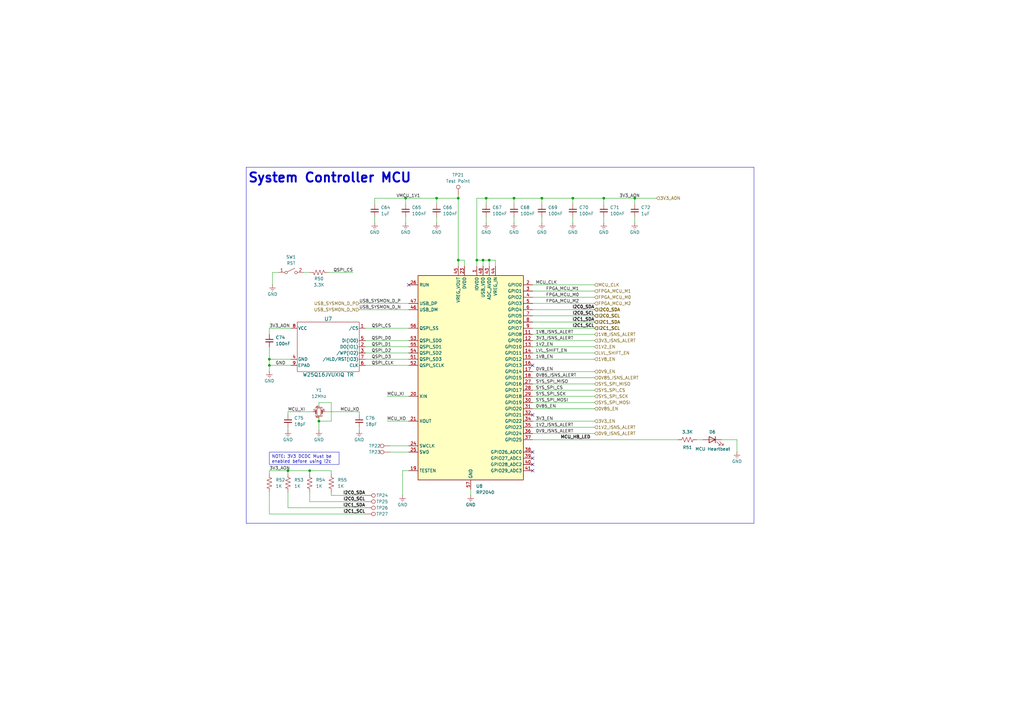
<source format=kicad_sch>
(kicad_sch (version 20231120) (generator "eeschema") (generator_version "8.0")
  (paper "A3")
  (title_block (title "System Controller") (date "2024-10-06") (rev "2.0") (company "Drexel University") (comment 1 "Designed by Michael Haahr"))
  (lib_symbols
    (symbol "Connector:TestPoint" (pin_numbers hide) (pin_names (offset 0.762) hide)
      (property "Reference" "TP" (at 0 6.858 0))
      (property "Value" "TestPoint" (at 0 5.08 0))
      (symbol "TestPoint_0_1"
        (circle (center 0 3.302) (radius 0.762))
      )
      (symbol "TestPoint_1_1"
        (pin passive line (at 0 0 90) (length 2.54) (name "1") (number "1"))
      )
    )
    (symbol "Device:C_Small" (pin_numbers hide) (pin_names (offset 0.254) hide)
      (property "Reference" "C" (at 0.254 1.778 0))
      (property "Value" "C_Small" (at 0.254 -2.032 0))
      (symbol "C_Small_0_1"
        (polyline (pts (xy -1.524 -0.508) (xy 1.524 -0.508)) (stroke (width 0.3302)))
        (polyline (pts (xy -1.524 0.508) (xy 1.524 0.508)) (stroke (width 0.3048)))
      )
      (symbol "C_Small_1_1"
        (pin passive line (at 0 2.54 270) (length 2.032) (name "~") (number "1"))
        (pin passive line (at 0 -2.54 90) (length 2.032) (name "~") (number "2"))
      )
    )
    (symbol "Device:Crystal_GND24_Small" (pin_names (offset 1.016) hide)
      (property "Reference" "Y" (at 1.27 4.445 0))
      (property "Value" "Crystal_GND24_Small" (at 1.27 2.54 0))
      (symbol "Crystal_GND24_Small_0_1"
        (rectangle (start -0.762 -1.524) (end 0.762 1.524))
        (polyline (pts (xy -1.27 -0.762) (xy -1.27 0.762)) (stroke (width 0.381)))
        (polyline (pts (xy 1.27 -0.762) (xy 1.27 0.762)) (stroke (width 0.381)))
        (polyline (pts (xy -1.27 -1.27) (xy -1.27 -1.905) (xy 1.27 -1.905) (xy 1.27 -1.27)))
        (polyline (pts (xy -1.27 1.27) (xy -1.27 1.905) (xy 1.27 1.905) (xy 1.27 1.27)))
      )
      (symbol "Crystal_GND24_Small_1_1"
        (pin passive line (at -2.54 0 0) (length 1.27) (name "1") (number "1"))
        (pin passive line (at 0 -2.54 90) (length 0.635) (name "2") (number "2"))
        (pin passive line (at 2.54 0 180) (length 1.27) (name "3") (number "3"))
        (pin passive line (at 0 2.54 270) (length 0.635) (name "4") (number "4"))
      )
    )
    (symbol "Device:LED" (pin_numbers hide) (pin_names (offset 1.016) hide)
      (property "Reference" "D" (at 0 2.54 0))
      (property "Value" "LED" (at 0 -2.54 0))
      (symbol "LED_0_1"
        (polyline (pts (xy -1.27 -1.27) (xy -1.27 1.27)) (stroke (width 0.254)))
        (polyline (pts (xy -1.27 0) (xy 1.27 0)))
        (polyline (pts (xy 1.27 -1.27) (xy 1.27 1.27) (xy -1.27 0) (xy 1.27 -1.27)) (stroke (width 0.254)))
        (polyline (pts (xy -3.048 -0.762) (xy -4.572 -2.286) (xy -3.81 -2.286) (xy -4.572 -2.286) (xy -4.572 -1.524)))
        (polyline (pts (xy -1.778 -0.762) (xy -3.302 -2.286) (xy -2.54 -2.286) (xy -3.302 -2.286) (xy -3.302 -1.524)))
      )
      (symbol "LED_1_1"
        (pin passive line (at -3.81 0 0) (length 2.54) (name "K") (number "1"))
        (pin passive line (at 3.81 0 180) (length 2.54) (name "A") (number "2"))
      )
    )
    (symbol "Device:R_US" (pin_numbers hide) (pin_names (offset 0))
      (property "Reference" "R" (at 2.54 0 90))
      (property "Value" "R_US" (at -2.54 0 90))
      (symbol "R_US_0_1"
        (polyline (pts (xy 0 -2.286) (xy 0 -2.54)))
        (polyline (pts (xy 0 2.286) (xy 0 2.54)))
        (polyline (pts (xy 0 -0.762) (xy 1.016 -1.143) (xy 0 -1.524) (xy -1.016 -1.905) (xy 0 -2.286)))
        (polyline (pts (xy 0 0.762) (xy 1.016 0.381) (xy 0 0) (xy -1.016 -0.381) (xy 0 -0.762)))
        (polyline (pts (xy 0 2.286) (xy 1.016 1.905) (xy 0 1.524) (xy -1.016 1.143) (xy 0 0.762)))
      )
      (symbol "R_US_1_1"
        (pin passive line (at 0 3.81 270) (length 1.27) (name "~") (number "1"))
        (pin passive line (at 0 -3.81 90) (length 1.27) (name "~") (number "2"))
      )
    )
    (symbol "MCU_RaspberryPi:RP2040"
      (property "Reference" "U" (at 17.78 45.72 0))
      (property "Value" "RP2040" (at 17.78 43.18 0))
      (symbol "RP2040_0_1"
        (rectangle (start -21.59 41.91) (end 21.59 -41.91) (stroke (width 0.254)) (fill (type background)))
      )
      (symbol "RP2040_1_1"
        (pin power_in line (at 2.54 45.72 270) (length 3.81) (name "IOVDD") (number "1"))
        (pin passive line (at 2.54 45.72 270) (length 3.81) hide (name "IOVDD") (number "10"))
        (pin bidirectional line (at 25.4 17.78 180) (length 3.81) (name "GPIO8") (number "11"))
        (pin bidirectional line (at 25.4 15.24 180) (length 3.81) (name "GPIO9") (number "12"))
        (pin bidirectional line (at 25.4 12.7 180) (length 3.81) (name "GPIO10") (number "13"))
        (pin bidirectional line (at 25.4 10.16 180) (length 3.81) (name "GPIO11") (number "14"))
        (pin bidirectional line (at 25.4 7.62 180) (length 3.81) (name "GPIO12") (number "15"))
        (pin bidirectional line (at 25.4 5.08 180) (length 3.81) (name "GPIO13") (number "16"))
        (pin bidirectional line (at 25.4 2.54 180) (length 3.81) (name "GPIO14") (number "17"))
        (pin bidirectional line (at 25.4 0 180) (length 3.81) (name "GPIO15") (number "18"))
        (pin input line (at -25.4 -38.1 0) (length 3.81) (name "TESTEN") (number "19"))
        (pin bidirectional line (at 25.4 38.1 180) (length 3.81) (name "GPIO0") (number "2"))
        (pin input line (at -25.4 -7.62 0) (length 3.81) (name "XIN") (number "20"))
        (pin passive line (at -25.4 -17.78 0) (length 3.81) (name "XOUT") (number "21"))
        (pin passive line (at 2.54 45.72 270) (length 3.81) hide (name "IOVDD") (number "22"))
        (pin power_in line (at -2.54 45.72 270) (length 3.81) (name "DVDD") (number "23"))
        (pin input line (at -25.4 -27.94 0) (length 3.81) (name "SWCLK") (number "24"))
        (pin bidirectional line (at -25.4 -30.48 0) (length 3.81) (name "SWD") (number "25"))
        (pin input line (at -25.4 38.1 0) (length 3.81) (name "RUN") (number "26"))
        (pin bidirectional line (at 25.4 -2.54 180) (length 3.81) (name "GPIO16") (number "27"))
        (pin bidirectional line (at 25.4 -5.08 180) (length 3.81) (name "GPIO17") (number "28"))
        (pin bidirectional line (at 25.4 -7.62 180) (length 3.81) (name "GPIO18") (number "29"))
        (pin bidirectional line (at 25.4 35.56 180) (length 3.81) (name "GPIO1") (number "3"))
        (pin bidirectional line (at 25.4 -10.16 180) (length 3.81) (name "GPIO19") (number "30"))
        (pin bidirectional line (at 25.4 -12.7 180) (length 3.81) (name "GPIO20") (number "31"))
        (pin bidirectional line (at 25.4 -15.24 180) (length 3.81) (name "GPIO21") (number "32"))
        (pin passive line (at 2.54 45.72 270) (length 3.81) hide (name "IOVDD") (number "33"))
        (pin bidirectional line (at 25.4 -17.78 180) (length 3.81) (name "GPIO22") (number "34"))
        (pin bidirectional line (at 25.4 -20.32 180) (length 3.81) (name "GPIO23") (number "35"))
        (pin bidirectional line (at 25.4 -22.86 180) (length 3.81) (name "GPIO24") (number "36"))
        (pin bidirectional line (at 25.4 -25.4 180) (length 3.81) (name "GPIO25") (number "37"))
        (pin bidirectional line (at 25.4 -30.48 180) (length 3.81) (name "GPIO26_ADC0") (number "38"))
        (pin bidirectional line (at 25.4 -33.02 180) (length 3.81) (name "GPIO27_ADC1") (number "39"))
        (pin bidirectional line (at 25.4 33.02 180) (length 3.81) (name "GPIO2") (number "4"))
        (pin bidirectional line (at 25.4 -35.56 180) (length 3.81) (name "GPIO28_ADC2") (number "40"))
        (pin bidirectional line (at 25.4 -38.1 180) (length 3.81) (name "GPIO29_ADC3") (number "41"))
        (pin passive line (at 2.54 45.72 270) (length 3.81) hide (name "IOVDD") (number "42"))
        (pin power_in line (at 7.62 45.72 270) (length 3.81) (name "ADC_AVDD") (number "43"))
        (pin power_in line (at 10.16 45.72 270) (length 3.81) (name "VREG_IN") (number "44"))
        (pin power_out line (at -5.08 45.72 270) (length 3.81) (name "VREG_VOUT") (number "45"))
        (pin bidirectional line (at -25.4 27.94 0) (length 3.81) (name "USB_DM") (number "46"))
        (pin bidirectional line (at -25.4 30.48 0) (length 3.81) (name "USB_DP") (number "47"))
        (pin power_in line (at 5.08 45.72 270) (length 3.81) (name "USB_VDD") (number "48"))
        (pin passive line (at 2.54 45.72 270) (length 3.81) hide (name "IOVDD") (number "49"))
        (pin bidirectional line (at 25.4 30.48 180) (length 3.81) (name "GPIO3") (number "5"))
        (pin passive line (at -2.54 45.72 270) (length 3.81) hide (name "DVDD") (number "50"))
        (pin bidirectional line (at -25.4 7.62 0) (length 3.81) (name "QSPI_SD3") (number "51"))
        (pin output line (at -25.4 5.08 0) (length 3.81) (name "QSPI_SCLK") (number "52"))
        (pin bidirectional line (at -25.4 15.24 0) (length 3.81) (name "QSPI_SD0") (number "53"))
        (pin bidirectional line (at -25.4 10.16 0) (length 3.81) (name "QSPI_SD2") (number "54"))
        (pin bidirectional line (at -25.4 12.7 0) (length 3.81) (name "QSPI_SD1") (number "55"))
        (pin bidirectional line (at -25.4 20.32 0) (length 3.81) (name "QSPI_SS") (number "56"))
        (pin power_in line (at 0 -45.72 90) (length 3.81) (name "GND") (number "57"))
        (pin bidirectional line (at 25.4 27.94 180) (length 3.81) (name "GPIO4") (number "6"))
        (pin bidirectional line (at 25.4 25.4 180) (length 3.81) (name "GPIO5") (number "7"))
        (pin bidirectional line (at 25.4 22.86 180) (length 3.81) (name "GPIO6") (number "8"))
        (pin bidirectional line (at 25.4 20.32 180) (length 3.81) (name "GPIO7") (number "9"))
      )
    )
    (symbol "Memory_Flash:W25Q16JVUXIQ_TR" (pin_names (offset 0.254))
      (property "Reference" "U2" (at 12.7 10.16 0))
      (property "Value" "W25Q16JVUXIQ TR" (at 12.7 7.62 0))
      (symbol "W25Q16JVUXIQ_TR_0_1"
        (pin passive line (at 27.94 2.54 180) (length 2.54) (name "/CS") (number "1"))
        (pin passive line (at 27.94 -5.08 180) (length 2.54) (name "DO(IO1)") (number "2"))
        (pin passive line (at 27.94 -2.54 180) (length 2.54) (name "DI(IO0)") (number "5"))
        (pin passive line (at 27.94 -12.7 180) (length 2.54) (name "CLK") (number "6"))
        (pin passive line (at -2.54 2.54 0) (length 2.54) (name "VCC") (number "8"))
        (pin passive line (at -2.54 -12.7 0) (length 2.54) (name "EPAD") (number "9"))
      )
      (symbol "W25Q16JVUXIQ_TR_1_1"
        (rectangle (start 0 5.08) (end 25.4 -15.24))
        (pin passive line (at 27.94 -7.62 180) (length 2.54) (name "/WP(IO2)") (number "3"))
        (pin passive line (at -2.54 -10.16 0) (length 2.54) (name "GND") (number "4"))
        (pin passive line (at 27.94 -10.16 180) (length 2.54) (name "/HLD/RST(IO3)") (number "7"))
      )
    )
    (symbol "Switch:SW_SPST" (pin_names (offset 0) hide)
      (property "Reference" "SW" (at 0 3.175 0))
      (property "Value" "SW_SPST" (at 0 -2.54 0))
      (symbol "SW_SPST_0_0"
        (circle (center -2.032 0) (radius 0.508))
        (polyline (pts (xy -1.524 0.254) (xy 1.524 1.778)))
        (circle (center 2.032 0) (radius 0.508))
      )
      (symbol "SW_SPST_1_1"
        (pin passive line (at -5.08 0 0) (length 2.54) (name "A") (number "1"))
        (pin passive line (at 5.08 0 180) (length 2.54) (name "B") (number "2"))
      )
    )
    (symbol "power:GND" (power) (pin_numbers hide) (pin_names (offset 0) hide)
      (property "Value" "GND" (at 0 -3.81 0))
      (symbol "GND_0_1"
        (polyline (pts (xy -0.635 -1.905) (xy 0.635 -1.905)))
        (polyline (pts (xy -0.127 -2.54) (xy 0.127 -2.54)))
        (polyline (pts (xy 0 -1.27) (xy 0 0)))
        (polyline (pts (xy 1.27 -1.27) (xy -1.27 -1.27)))
      )
      (symbol "GND_1_1"
        (pin power_in line (at 0 0 270) (length 0) (name "~") (number "1"))
      )
    )
  )
  (junction (at 110.49 147.32))
  (junction (at 247.65 81.28))
  (junction (at 260.35 81.28))
  (junction (at 118.11 193.04))
  (junction (at 200.66 106.68))
  (junction (at 110.49 149.86))
  (junction (at 130.81 172.72))
  (junction (at 210.82 81.28))
  (junction (at 199.39 81.28))
  (junction (at 187.96 81.28))
  (junction (at 234.95 81.28))
  (junction (at 222.25 81.28))
  (junction (at 198.12 106.68))
  (junction (at 179.07 81.28))
  (junction (at 166.37 81.28))
  (junction (at 187.96 106.68))
  (junction (at 195.58 106.68))
  (junction (at 127 193.04))
  (no_connect (at 218.44 193.04))
  (no_connect (at 218.44 185.42))
  (no_connect (at 218.44 187.96))
  (no_connect (at 218.44 190.5))
  (no_connect (at 218.44 149.86))
  (no_connect (at 218.44 170.18))
  (no_connect (at 167.64 116.84))
  (wire (pts (xy 110.49 210.82) (xy 110.49 201.93)))
  (wire (pts (xy 166.37 81.28) (xy 166.37 83.82)))
  (wire (pts (xy 222.25 81.28) (xy 234.95 81.28)))
  (wire (pts (xy 187.96 106.68) (xy 190.5 106.68)))
  (wire (pts (xy 203.2 109.22) (xy 203.2 106.68)))
  (wire (pts (xy 130.81 172.72) (xy 130.81 176.53)))
  (wire (pts (xy 130.81 165.1) (xy 135.89 165.1)))
  (wire (pts (xy 118.11 208.28) (xy 118.11 201.93)))
  (wire (pts (xy 179.07 81.28) (xy 187.96 81.28)))
  (wire (pts (xy 149.86 205.74) (xy 127 205.74)))
  (wire (pts (xy 160.02 182.88) (xy 167.64 182.88)))
  (wire (pts (xy 210.82 81.28) (xy 222.25 81.28)))
  (wire (pts (xy 110.49 147.32) (xy 119.38 147.32)))
  (wire (pts (xy 130.81 166.37) (xy 130.81 165.1)))
  (wire (pts (xy 149.86 144.78) (xy 167.64 144.78)))
  (wire (pts (xy 218.44 134.62) (xy 243.84 134.62)))
  (wire (pts (xy 118.11 168.91) (xy 118.11 170.18)))
  (wire (pts (xy 160.02 185.42) (xy 167.64 185.42)))
  (wire (pts (xy 166.37 88.9) (xy 166.37 91.44)))
  (wire (pts (xy 167.64 127) (xy 147.32 127)))
  (wire (pts (xy 210.82 88.9) (xy 210.82 91.44)))
  (wire (pts (xy 243.84 144.78) (xy 218.44 144.78)))
  (wire (pts (xy 198.12 109.22) (xy 198.12 106.68)))
  (wire (pts (xy 149.86 134.62) (xy 167.64 134.62)))
  (wire (pts (xy 195.58 81.28) (xy 199.39 81.28)))
  (wire (pts (xy 149.86 210.82) (xy 110.49 210.82)))
  (wire (pts (xy 218.44 116.84) (xy 243.84 116.84)))
  (wire (pts (xy 127 205.74) (xy 127 201.93)))
  (wire (pts (xy 222.25 88.9) (xy 222.25 91.44)))
  (wire (pts (xy 243.84 119.38) (xy 218.44 119.38)))
  (wire (pts (xy 218.44 180.34) (xy 278.13 180.34)))
  (wire (pts (xy 218.44 172.72) (xy 243.84 172.72)))
  (wire (pts (xy 243.84 147.32) (xy 218.44 147.32)))
  (wire (pts (xy 260.35 81.28) (xy 269.24 81.28)))
  (wire (pts (xy 149.86 142.24) (xy 167.64 142.24)))
  (wire (pts (xy 158.75 162.56) (xy 167.64 162.56)))
  (wire (pts (xy 147.32 175.26) (xy 147.32 176.53)))
  (wire (pts (xy 149.86 203.2) (xy 135.89 203.2)))
  (wire (pts (xy 243.84 124.46) (xy 218.44 124.46)))
  (wire (pts (xy 166.37 81.28) (xy 153.67 81.28)))
  (wire (pts (xy 243.84 142.24) (xy 218.44 142.24)))
  (wire (pts (xy 135.89 165.1) (xy 135.89 172.72)))
  (wire (pts (xy 179.07 81.28) (xy 179.07 83.82)))
  (wire (pts (xy 110.49 134.62) (xy 110.49 137.16)))
  (wire (pts (xy 110.49 147.32) (xy 110.49 149.86)))
  (wire (pts (xy 260.35 88.9) (xy 260.35 91.44)))
  (wire (pts (xy 198.12 106.68) (xy 195.58 106.68)))
  (wire (pts (xy 119.38 134.62) (xy 110.49 134.62)))
  (wire (pts (xy 243.84 177.8) (xy 218.44 177.8)))
  (wire (pts (xy 243.84 154.94) (xy 218.44 154.94)))
  (wire (pts (xy 243.84 152.4) (xy 218.44 152.4)))
  (wire (pts (xy 187.96 106.68) (xy 187.96 81.28)))
  (wire (pts (xy 110.49 149.86) (xy 119.38 149.86)))
  (wire (pts (xy 199.39 81.28) (xy 210.82 81.28)))
  (wire (pts (xy 134.62 111.76) (xy 144.78 111.76)))
  (wire (pts (xy 153.67 81.28) (xy 153.67 83.82)))
  (wire (pts (xy 135.89 172.72) (xy 130.81 172.72)))
  (wire (pts (xy 218.44 132.08) (xy 243.84 132.08)))
  (wire (pts (xy 130.81 172.72) (xy 130.81 171.45)))
  (wire (pts (xy 187.96 109.22) (xy 187.96 106.68)))
  (wire (pts (xy 203.2 106.68) (xy 200.66 106.68)))
  (wire (pts (xy 135.89 193.04) (xy 135.89 194.31)))
  (wire (pts (xy 218.44 175.26) (xy 243.84 175.26)))
  (wire (pts (xy 295.91 180.34) (xy 302.26 180.34)))
  (wire (pts (xy 167.64 124.46) (xy 147.32 124.46)))
  (wire (pts (xy 110.49 193.04) (xy 118.11 193.04)))
  (wire (pts (xy 199.39 81.28) (xy 199.39 83.82)))
  (wire (pts (xy 234.95 81.28) (xy 247.65 81.28)))
  (wire (pts (xy 165.1 193.04) (xy 165.1 203.2)))
  (wire (pts (xy 234.95 81.28) (xy 234.95 83.82)))
  (wire (pts (xy 149.86 147.32) (xy 167.64 147.32)))
  (wire (pts (xy 218.44 127) (xy 243.84 127)))
  (wire (pts (xy 190.5 109.22) (xy 190.5 106.68)))
  (wire (pts (xy 118.11 168.91) (xy 128.27 168.91)))
  (wire (pts (xy 147.32 168.91) (xy 147.32 170.18)))
  (wire (pts (xy 195.58 109.22) (xy 195.58 106.68)))
  (wire (pts (xy 118.11 193.04) (xy 118.11 194.31)))
  (wire (pts (xy 195.58 106.68) (xy 195.58 81.28)))
  (wire (pts (xy 167.64 193.04) (xy 165.1 193.04)))
  (wire (pts (xy 210.82 81.28) (xy 210.82 83.82)))
  (wire (pts (xy 247.65 88.9) (xy 247.65 91.44)))
  (wire (pts (xy 243.84 167.64) (xy 218.44 167.64)))
  (wire (pts (xy 153.67 88.9) (xy 153.67 91.44)))
  (wire (pts (xy 193.04 200.66) (xy 193.04 203.2)))
  (wire (pts (xy 222.25 81.28) (xy 222.25 83.82)))
  (wire (pts (xy 133.35 168.91) (xy 147.32 168.91)))
  (wire (pts (xy 110.49 142.24) (xy 110.49 147.32)))
  (wire (pts (xy 218.44 137.16) (xy 243.84 137.16)))
  (wire (pts (xy 302.26 180.34) (xy 302.26 185.42)))
  (wire (pts (xy 179.07 88.9) (xy 179.07 91.44)))
  (wire (pts (xy 218.44 129.54) (xy 243.84 129.54)))
  (wire (pts (xy 127 193.04) (xy 135.89 193.04)))
  (wire (pts (xy 118.11 175.26) (xy 118.11 176.53)))
  (wire (pts (xy 260.35 81.28) (xy 260.35 83.82)))
  (wire (pts (xy 199.39 88.9) (xy 199.39 91.44)))
  (wire (pts (xy 158.75 172.72) (xy 167.64 172.72)))
  (wire (pts (xy 114.3 111.76) (xy 111.76 111.76)))
  (wire (pts (xy 247.65 81.28) (xy 260.35 81.28)))
  (wire (pts (xy 218.44 162.56) (xy 243.84 162.56)))
  (wire (pts (xy 243.84 121.92) (xy 218.44 121.92)))
  (wire (pts (xy 247.65 81.28) (xy 247.65 83.82)))
  (wire (pts (xy 110.49 149.86) (xy 110.49 152.4)))
  (wire (pts (xy 127 193.04) (xy 127 194.31)))
  (wire (pts (xy 234.95 88.9) (xy 234.95 91.44)))
  (wire (pts (xy 218.44 165.1) (xy 243.84 165.1)))
  (wire (pts (xy 135.89 203.2) (xy 135.89 201.93)))
  (wire (pts (xy 166.37 81.28) (xy 179.07 81.28)))
  (wire (pts (xy 187.96 80.01) (xy 187.96 81.28)))
  (wire (pts (xy 149.86 139.7) (xy 167.64 139.7)))
  (wire (pts (xy 200.66 106.68) (xy 198.12 106.68)))
  (wire (pts (xy 218.44 160.02) (xy 243.84 160.02)))
  (wire (pts (xy 200.66 109.22) (xy 200.66 106.68)))
  (wire (pts (xy 218.44 157.48) (xy 243.84 157.48)))
  (wire (pts (xy 110.49 193.04) (xy 110.49 194.31)))
  (wire (pts (xy 118.11 193.04) (xy 127 193.04)))
  (wire (pts (xy 218.44 139.7) (xy 243.84 139.7)))
  (wire (pts (xy 124.46 111.76) (xy 127 111.76)))
  (wire (pts (xy 149.86 149.86) (xy 167.64 149.86)))
  (wire (pts (xy 111.76 111.76) (xy 111.76 116.84)))
  (wire (pts (xy 149.86 208.28) (xy 118.11 208.28)))
  (wire (pts (xy 285.75 180.34) (xy 288.29 180.34)))
  (rectangle (start 100.965 68.58) (end 309.245 214.63))
  (text_box "NOTE: 3V3 DCDC Must be enabled before using i2c" (at 110.49 185.42 0) (size 28.575 5.08) (effects (font (size 1.27 1.27)) (justify left top)))
  (text "System Controller MCU" (at 135.255 73.025 0) (effects (font (size 3.81 3.81) (bold yes))))
  (label "0V9_ISNS_ALERT" (at 219.71 177.8 0))
  (label "1V8_EN" (at 219.71 147.32 0))
  (label "I2C1_SCL" (at 149.86 210.82 180) (effects (font (bold yes))))
  (label "LVL_SHIFT_EN" (at 219.71 144.78 0))
  (label "QSPI_CLK" (at 152.4 149.86 0))
  (label "QSPI_D0" (at 152.4 139.7 0))
  (label "MCU_XO" (at 147.32 168.91 180))
  (label "USB_SYSMON_D_P" (at 147.32 124.46 0))
  (label "1V2_EN" (at 219.71 142.24 0))
  (label "MCU_XI" (at 118.11 168.91 0))
  (label "GND" (at 113.03 149.86 0))
  (label "SYS_SPI_SCK" (at 219.71 162.56 0))
  (label "3V3_AON" (at 110.49 134.62 0))
  (label "I2C0_SCL" (at 243.84 129.54 180) (effects (font (bold yes))))
  (label "QSPI_D3" (at 152.4 147.32 0))
  (label "3V3_EN" (at 219.71 172.72 0))
  (label "QSPI_CS" (at 144.78 111.76 180))
  (label "FPGA_MCU_M0" (at 237.49 121.92 180))
  (label "FPGA_MCU_M1" (at 237.49 119.38 180))
  (label "I2C1_SDA" (at 243.84 132.08 180) (effects (font (bold yes))))
  (label "QSPI_CS" (at 152.4 134.62 0))
  (label "FPGA_MCU_M2" (at 237.49 124.46 180))
  (label "SYS_SPI_MISO" (at 219.71 157.48 0))
  (label "QSPI_D2" (at 152.4 144.78 0))
  (label "VMCU_1V1" (at 162.56 81.28 0))
  (label "MCU_XO" (at 158.75 172.72 0))
  (label "1V2_ISNS_ALERT" (at 219.71 175.26 0))
  (label "3V3_ISNS_ALERT" (at 219.71 139.7 0))
  (label "3V3_AON" (at 110.49 193.04 0))
  (label "MCU_XI" (at 158.75 162.56 0))
  (label "0V9_EN" (at 219.71 152.4 0))
  (label "I2C0_SCL" (at 149.86 205.74 180) (effects (font (bold yes))))
  (label "I2C0_SDA" (at 149.86 203.2 180) (effects (font (bold yes))))
  (label "I2C1_SCL" (at 243.84 134.62 180) (effects (font (bold yes))))
  (label "QSPI_D1" (at 152.4 142.24 0))
  (label "MCU_CLK" (at 219.71 116.84 0))
  (label "1V8_ISNS_ALERT" (at 219.71 137.16 0))
  (label "I2C1_SDA" (at 149.86 208.28 180) (effects (font (bold yes))))
  (label "I2C0_SDA" (at 243.84 127 180) (effects (font (bold yes))))
  (label "0V85_ISNS_ALERT" (at 219.71 154.94 0))
  (label "MCU_HB_LED" (at 229.87 180.34 0) (effects (font (bold yes))))
  (label "3V3_AON" (at 254 81.28 0))
  (label "0V85_EN" (at 219.71 167.64 0))
  (label "SYS_SPI_CS" (at 219.71 160.02 0))
  (label "USB_SYSMON_D_N" (at 147.32 127 0))
  (label "SYS_SPI_MOSI" (at 219.71 165.1 0))
  (hierarchical_label "I2C0_SCL" (shape input) (at 243.84 129.54 0) (effects (font (bold yes))))
  (hierarchical_label "SYS_SPI_MOSI" (shape input) (at 243.84 165.1 0))
  (hierarchical_label "SYS_SPI_SCK" (shape input) (at 243.84 162.56 0))
  (hierarchical_label "MCU_CLK" (shape input) (at 243.84 116.84 0))
  (hierarchical_label "I2C1_SCL" (shape input) (at 243.84 134.62 0) (effects (font (bold yes))))
  (hierarchical_label "SYS_SPI_MISO" (shape input) (at 243.84 157.48 0))
  (hierarchical_label "0V85_EN" (shape input) (at 243.84 167.64 0))
  (hierarchical_label "1V8_EN" (shape input) (at 243.84 147.32 0))
  (hierarchical_label "1V2_ISNS_ALERT" (shape input) (at 243.84 175.26 0))
  (hierarchical_label "1V8_ISNS_ALERT" (shape input) (at 243.84 137.16 0))
  (hierarchical_label "FPGA_MCU_M1" (shape input) (at 243.84 119.38 0))
  (hierarchical_label "0V9_EN" (shape input) (at 243.84 152.4 0))
  (hierarchical_label "I2C1_SDA" (shape input) (at 243.84 132.08 0) (effects (font (bold yes))))
  (hierarchical_label "SYS_SPI_CS" (shape input) (at 243.84 160.02 0))
  (hierarchical_label "I2C0_SDA" (shape input) (at 243.84 127 0) (effects (font (bold yes))))
  (hierarchical_label "3V3_AON" (shape input) (at 269.24 81.28 0))
  (hierarchical_label "0V9_ISNS_ALERT" (shape input) (at 243.84 177.8 0))
  (hierarchical_label "1V2_EN" (shape input) (at 243.84 142.24 0))
  (hierarchical_label "LVL_SHIFT_EN" (shape input) (at 243.84 144.78 0))
  (hierarchical_label "3V3_EN" (shape input) (at 243.84 172.72 0))
  (hierarchical_label "3V3_ISNS_ALERT" (shape input) (at 243.84 139.7 0))
  (hierarchical_label "FPGA_MCU_M0" (shape input) (at 243.84 121.92 0))
  (hierarchical_label "USB_SYSMON_D_N" (shape input) (at 147.32 127 180))
  (hierarchical_label "0V85_ISNS_ALERT" (shape input) (at 243.84 154.94 0))
  (hierarchical_label "USB_SYSMON_D_P" (shape input) (at 147.32 124.46 180))
  (hierarchical_label "FPGA_MCU_M2" (shape input) (at 243.84 124.46 0))
  (symbol (lib_id "Device:R_US") (at 127 198.12 180) (unit 1)
    (property "Reference" "R54" (at 129.54 196.8499 0) (effects (justify right)))
    (property "Value" "1K" (at 129.54 199.3899 0) (effects (justify right)))
    (property "Footprint" "Resistor_SMD:R_0201_0603Metric" (effects (hide yes)))
    (property "Description" "Resistor, US symbol" (effects (hide yes)))
  )
  (symbol (lib_id "Device:R_US") (at 118.11 198.12 180) (unit 1)
    (property "Reference" "R53" (at 120.65 196.8499 0) (effects (justify right)))
    (property "Value" "1K" (at 120.65 199.3899 0) (effects (justify right)))
    (property "Footprint" "Resistor_SMD:R_0201_0603Metric" (effects (hide yes)))
    (property "Description" "Resistor, US symbol" (effects (hide yes)))
  )
  (symbol (lib_id "Device:C_Small") (at 153.67 86.36 0) (unit 1)
    (property "Reference" "C64" (at 156.21 85.0962 0) (effects (justify left)))
    (property "Value" "1uF" (at 156.21 87.6362 0) (effects (justify left)))
    (property "Footprint" "Capacitor_SMD:C_0201_0603Metric" (effects (hide yes)))
    (property "Datasheet" "GRM155R71H104KE14D" (effects (hide yes)))
    (property "Description" "Unpolarized capacitor, small symbol" (effects (hide yes)))
  )
  (symbol (lib_id "power:GND") (at 302.26 185.42 0) (unit 1)
    (property "Reference" "#PWR0137" (effects (hide yes)))
    (property "Value" "GND" (at 302.26 189.23 0))
    (property "Description" "Power symbol creates a global label with name \"GND\" , ground" (effects (hide yes)))
  )
  (symbol (lib_id "Device:C_Small") (at 222.25 86.36 0) (unit 1)
    (property "Reference" "C69" (at 224.79 85.0962 0) (effects (justify left)))
    (property "Value" "100nF" (at 224.79 87.6362 0) (effects (justify left)))
    (property "Footprint" "Capacitor_SMD:C_0201_0603Metric" (effects (hide yes)))
    (property "Datasheet" "GRM155R71H104KE14D" (effects (hide yes)))
    (property "Description" "Unpolarized capacitor, small symbol" (effects (hide yes)))
  )
  (symbol (lib_id "power:GND") (at 165.1 203.2 0) (unit 1)
    (property "Reference" "#PWR0139" (effects (hide yes)))
    (property "Value" "GND" (at 165.1 207.01 0))
    (property "Description" "Power symbol creates a global label with name \"GND\" , ground" (effects (hide yes)))
  )
  (symbol (lib_id "power:GND") (at 179.07 91.44 0) (unit 1)
    (property "Reference" "#PWR0123" (effects (hide yes)))
    (property "Value" "GND" (at 179.07 95.25 0))
    (property "Description" "Power symbol creates a global label with name \"GND\" , ground" (effects (hide yes)))
  )
  (symbol (lib_id "power:GND") (at 118.11 176.53 0) (unit 1)
    (property "Reference" "#PWR0134" (effects (hide yes)))
    (property "Value" "GND" (at 118.11 180.34 0))
    (property "Description" "Power symbol creates a global label with name \"GND\" , ground" (effects (hide yes)))
  )
  (symbol (lib_id "Device:C_Small") (at 260.35 86.36 0) (unit 1)
    (property "Reference" "C72" (at 262.89 85.0962 0) (effects (justify left)))
    (property "Value" "1uF" (at 262.89 87.6362 0) (effects (justify left)))
    (property "Footprint" "Capacitor_SMD:C_0201_0603Metric" (effects (hide yes)))
    (property "Datasheet" "GRM155R71H104KE14D" (effects (hide yes)))
    (property "Description" "Unpolarized capacitor, small symbol" (effects (hide yes)))
  )
  (symbol (lib_id "Device:C_Small") (at 147.32 172.72 0) (unit 1)
    (property "Reference" "C76" (at 149.86 171.4562 0) (effects (justify left)))
    (property "Value" "18pF" (at 149.86 173.9962 0) (effects (justify left)))
    (property "Footprint" "Capacitor_SMD:C_0201_0603Metric" (effects (hide yes)))
    (property "Description" "Unpolarized capacitor, small symbol" (effects (hide yes)))
  )
  (symbol (lib_id "Connector:TestPoint") (at 149.86 208.28 270) (unit 1)
    (property "Reference" "TP26" (at 154.305 208.28 90) (effects (justify left)))
    (property "Value" "Test Point" (effects (hide yes)))
    (property "Footprint" "FPGA Module:Test Point 0.5mm No Silk" (effects (hide yes)))
    (property "Description" "test point" (effects (hide yes)))
  )
  (symbol (lib_id "Connector:TestPoint") (at 149.86 205.74 270) (unit 1)
    (property "Reference" "TP25" (at 154.305 205.74 90) (effects (justify left)))
    (property "Value" "Test Point" (effects (hide yes)))
    (property "Footprint" "FPGA Module:Test Point 0.5mm No Silk" (effects (hide yes)))
    (property "Description" "test point" (effects (hide yes)))
  )
  (symbol (lib_id "Device:C_Small") (at 210.82 86.36 0) (unit 1)
    (property "Reference" "C68" (at 213.36 85.0962 0) (effects (justify left)))
    (property "Value" "100nF" (at 213.36 87.6362 0) (effects (justify left)))
    (property "Footprint" "Capacitor_SMD:C_0201_0603Metric" (effects (hide yes)))
    (property "Datasheet" "GRM155R71H104KE14D" (effects (hide yes)))
    (property "Description" "Unpolarized capacitor, small symbol" (effects (hide yes)))
  )
  (symbol (lib_id "power:GND") (at 234.95 91.44 0) (unit 1)
    (property "Reference" "#PWR0127" (effects (hide yes)))
    (property "Value" "GND" (at 234.95 95.25 0))
    (property "Description" "Power symbol creates a global label with name \"GND\" , ground" (effects (hide yes)))
  )
  (symbol (lib_id "Connector:TestPoint") (at 160.02 185.42 90) (unit 1)
    (property "Reference" "TP23" (at 153.67 185.42 90))
    (property "Value" "TestPoint" (effects (hide yes)))
    (property "Footprint" "FPGA Module:Test Point 0.5mm No Silk" (effects (hide yes)))
    (property "Description" "test point" (effects (hide yes)))
  )
  (symbol (lib_id "power:GND") (at 111.76 116.84 0) (unit 1)
    (property "Reference" "#PWR0132" (effects (hide yes)))
    (property "Value" "GND" (at 111.76 120.65 0))
    (property "Description" "Power symbol creates a global label with name \"GND\" , ground" (effects (hide yes)))
  )
  (symbol (lib_id "Memory_Flash:W25Q16JVUXIQ_TR") (at 121.92 137.16 0) (unit 1)
    (property "Reference" "U7" (at 134.62 130.81 0) (effects (font (size 1.524 1.524))))
    (property "Value" "W25Q16JVUXIQ TR" (at 134.62 153.67 0) (effects (font (size 1.524 1.524))))
    (property "Footprint" "FPGA Module:USON-8_UX_2x3x0p6_WIN" (effects (hide yes)))
    (property "Datasheet" "https://www.winbond.com/resource-files/w25q16jv%20spi%20revh%2004082019%20plus.pdf" (effects (hide yes)))
  )
  (symbol (lib_id "Device:C_Small") (at 118.11 172.72 0) (unit 1)
    (property "Reference" "C75" (at 120.65 171.4562 0) (effects (justify left)))
    (property "Value" "18pF" (at 120.65 173.9962 0) (effects (justify left)))
    (property "Footprint" "Capacitor_SMD:C_0201_0603Metric" (effects (hide yes)))
    (property "Description" "Unpolarized capacitor, small symbol" (effects (hide yes)))
  )
  (symbol (lib_id "Connector:TestPoint") (at 149.86 210.82 270) (unit 1)
    (property "Reference" "TP27" (at 154.305 210.82 90) (effects (justify left)))
    (property "Value" "Test Point" (effects (hide yes)))
    (property "Footprint" "FPGA Module:Test Point 0.5mm No Silk" (effects (hide yes)))
    (property "Description" "test point" (effects (hide yes)))
  )
  (symbol (lib_id "power:GND") (at 199.39 91.44 0) (unit 1)
    (property "Reference" "#PWR0124" (effects (hide yes)))
    (property "Value" "GND" (at 199.39 95.25 0))
    (property "Description" "Power symbol creates a global label with name \"GND\" , ground" (effects (hide yes)))
  )
  (symbol (lib_id "power:GND") (at 147.32 176.53 0) (unit 1)
    (property "Reference" "#PWR0136" (effects (hide yes)))
    (property "Value" "GND" (at 147.32 180.34 0))
    (property "Description" "Power symbol creates a global label with name \"GND\" , ground" (effects (hide yes)))
  )
  (symbol (lib_id "Device:R_US") (at 110.49 198.12 180) (unit 1)
    (property "Reference" "R52" (at 113.03 196.8499 0) (effects (justify right)))
    (property "Value" "1K" (at 113.03 199.3899 0) (effects (justify right)))
    (property "Footprint" "Resistor_SMD:R_0201_0603Metric" (effects (hide yes)))
    (property "Description" "Resistor, US symbol" (effects (hide yes)))
  )
  (symbol (lib_id "power:GND") (at 153.67 91.44 0) (unit 1)
    (property "Reference" "#PWR0121" (effects (hide yes)))
    (property "Value" "GND" (at 153.67 95.25 0))
    (property "Description" "Power symbol creates a global label with name \"GND\" , ground" (effects (hide yes)))
  )
  (symbol (lib_id "MCU_RaspberryPi:RP2040") (at 193.04 154.94 0) (unit 1)
    (property "Reference" "U8" (at 195.2341 199.39 0) (effects (justify left)))
    (property "Value" "RP2040" (at 195.2341 201.93 0) (effects (justify left)))
    (property "Footprint" "Package_DFN_QFN:QFN-56-1EP_7x7mm_P0.4mm_EP3.2x3.2mm" (effects (hide yes)))
    (property "Datasheet" "https://datasheets.raspberrypi.com/rp2040/rp2040-datasheet.pdf" (effects (hide yes)))
    (property "Description" "A microcontroller by Raspberry Pi" (effects (hide yes)))
  )
  (symbol (lib_id "Device:C_Small") (at 166.37 86.36 0) (unit 1)
    (property "Reference" "C65" (at 168.91 85.0962 0) (effects (justify left)))
    (property "Value" "100nF" (at 168.91 87.6362 0) (effects (justify left)))
    (property "Footprint" "Capacitor_SMD:C_0201_0603Metric" (effects (hide yes)))
    (property "Datasheet" "GRM155R71H104KE14D" (effects (hide yes)))
    (property "Description" "Unpolarized capacitor, small symbol" (effects (hide yes)))
  )
  (symbol (lib_id "Device:R_US") (at 135.89 198.12 180) (unit 1)
    (property "Reference" "R55" (at 138.43 196.8499 0) (effects (justify right)))
    (property "Value" "1K" (at 138.43 199.3899 0) (effects (justify right)))
    (property "Footprint" "Resistor_SMD:R_0201_0603Metric" (effects (hide yes)))
    (property "Description" "Resistor, US symbol" (effects (hide yes)))
  )
  (symbol (lib_id "Connector:TestPoint") (at 149.86 203.2 270) (unit 1)
    (property "Reference" "TP24" (at 154.305 203.2 90) (effects (justify left)))
    (property "Value" "Test Point" (effects (hide yes)))
    (property "Footprint" "FPGA Module:Test Point 0.5mm No Silk" (effects (hide yes)))
    (property "Description" "test point" (effects (hide yes)))
  )
  (symbol (lib_id "Device:C_Small") (at 247.65 86.36 0) (unit 1)
    (property "Reference" "C71" (at 250.19 85.0962 0) (effects (justify left)))
    (property "Value" "100nF" (at 250.19 87.6362 0) (effects (justify left)))
    (property "Footprint" "Capacitor_SMD:C_0201_0603Metric" (effects (hide yes)))
    (property "Datasheet" "GRM155R71H104KE14D" (effects (hide yes)))
    (property "Description" "Unpolarized capacitor, small symbol" (effects (hide yes)))
  )
  (symbol (lib_id "Device:C_Small") (at 234.95 86.36 0) (unit 1)
    (property "Reference" "C70" (at 237.49 85.0962 0) (effects (justify left)))
    (property "Value" "100nF" (at 237.49 87.6362 0) (effects (justify left)))
    (property "Footprint" "Capacitor_SMD:C_0201_0603Metric" (effects (hide yes)))
    (property "Datasheet" "GRM155R71H104KE14D" (effects (hide yes)))
    (property "Description" "Unpolarized capacitor, small symbol" (effects (hide yes)))
  )
  (symbol (lib_id "Device:Crystal_GND24_Small") (at 130.81 168.91 0) (unit 1)
    (property "Reference" "Y1" (at 130.81 160.02 0))
    (property "Value" "12Mhz" (at 130.81 162.56 0))
    (property "Footprint" "Oscillator:Oscillator_SMD_Abracon_ASE-4Pin_3.2x2.5mm" (effects (hide yes)))
    (property "Datasheet" "https://abracon.com/Resonators/abm8.pdf" (effects (hide yes)))
    (property "Description" "Four pin crystal, GND on pins 2 and 4, small symbol" (effects (hide yes)))
  )
  (symbol (lib_id "power:GND") (at 210.82 91.44 0) (unit 1)
    (property "Reference" "#PWR0125" (effects (hide yes)))
    (property "Value" "GND" (at 210.82 95.25 0))
    (property "Description" "Power symbol creates a global label with name \"GND\" , ground" (effects (hide yes)))
  )
  (symbol (lib_id "power:GND") (at 193.04 203.2 0) (unit 1)
    (property "Reference" "#PWR0140" (effects (hide yes)))
    (property "Value" "GND" (at 193.04 207.01 0))
    (property "Description" "Power symbol creates a global label with name \"GND\" , ground" (effects (hide yes)))
  )
  (symbol (lib_id "Device:LED") (at 292.1 180.34 0) (mirror y) (unit 1)
    (property "Reference" "D6" (at 290.83 177.165 0) (effects (justify right)))
    (property "Value" "MCU Heartbeat" (at 285.115 184.15 0) (effects (justify right)))
    (property "Footprint" "LED_SMD:LED_0603_1608Metric" (effects (hide yes)))
    (property "Description" "Light emitting diode" (effects (hide yes)))
  )
  (symbol (lib_id "Switch:SW_SPST") (at 119.38 111.76 0) (unit 1)
    (property "Reference" "SW1" (at 119.38 105.41 0))
    (property "Value" "RST" (at 119.38 107.95 0))
    (property "Footprint" "Button_Switch_SMD:SW_Push_SPST_NO_Alps_SKRK" (effects (hide yes)))
    (property "Description" "Single Pole Single Throw (SPST) switch" (effects (hide yes)))
  )
  (symbol (lib_id "Device:R_US") (at 130.81 111.76 270) (mirror x) (unit 1)
    (property "Reference" "R50" (at 130.81 114.3 90))
    (property "Value" "3.3K" (at 130.81 116.84 90))
    (property "Footprint" "Resistor_SMD:R_0201_0603Metric" (effects (hide yes)))
    (property "Datasheet" "https://www.yageo.com/upload/media/product/products/datasheet/rchip/PYu-RC_Group_51_RoHS_L_12.pdf" (effects (hide yes)))
    (property "Description" "Resistor, US symbol" (effects (hide yes)))
    (property "MPN" "RC0402JR-0710KL" (effects (hide yes)))
  )
  (symbol (lib_id "power:GND") (at 260.35 91.44 0) (unit 1)
    (property "Reference" "#PWR0129" (effects (hide yes)))
    (property "Value" "GND" (at 260.35 95.25 0))
    (property "Description" "Power symbol creates a global label with name \"GND\" , ground" (effects (hide yes)))
  )
  (symbol (lib_id "power:GND") (at 222.25 91.44 0) (unit 1)
    (property "Reference" "#PWR0126" (effects (hide yes)))
    (property "Value" "GND" (at 222.25 95.25 0))
    (property "Description" "Power symbol creates a global label with name \"GND\" , ground" (effects (hide yes)))
  )
  (symbol (lib_id "Device:R_US") (at 281.94 180.34 90) (unit 1)
    (property "Reference" "R51" (at 281.94 183.515 90))
    (property "Value" "3.3K" (at 281.94 177.165 90))
    (property "Footprint" "Resistor_SMD:R_0201_0603Metric" (effects (hide yes)))
    (property "Description" "Resistor, US symbol" (effects (hide yes)))
  )
  (symbol (lib_id "Device:C_Small") (at 110.49 139.7 0) (unit 1)
    (property "Reference" "C74" (at 113.03 138.4362 0) (effects (justify left)))
    (property "Value" "100nF" (at 113.03 140.9762 0) (effects (justify left)))
    (property "Footprint" "Capacitor_SMD:C_0201_0603Metric" (effects (hide yes)))
    (property "Datasheet" "GRM155R71H104KE14D" (effects (hide yes)))
    (property "Description" "Unpolarized capacitor, small symbol" (effects (hide yes)))
  )
  (symbol (lib_id "power:GND") (at 166.37 91.44 0) (unit 1)
    (property "Reference" "#PWR0122" (effects (hide yes)))
    (property "Value" "GND" (at 166.37 95.25 0))
    (property "Description" "Power symbol creates a global label with name \"GND\" , ground" (effects (hide yes)))
  )
  (symbol (lib_id "power:GND") (at 110.49 152.4 0) (unit 1)
    (property "Reference" "#PWR0133" (effects (hide yes)))
    (property "Value" "GND" (at 110.49 156.21 0))
    (property "Description" "Power symbol creates a global label with name \"GND\" , ground" (effects (hide yes)))
  )
  (symbol (lib_id "Device:C_Small") (at 179.07 86.36 0) (unit 1)
    (property "Reference" "C66" (at 181.61 85.0962 0) (effects (justify left)))
    (property "Value" "100nF" (at 181.61 87.6362 0) (effects (justify left)))
    (property "Footprint" "Capacitor_SMD:C_0201_0603Metric" (effects (hide yes)))
    (property "Datasheet" "GRM155R71H104KE14D" (effects (hide yes)))
    (property "Description" "Unpolarized capacitor, small symbol" (effects (hide yes)))
  )
  (symbol (lib_id "power:GND") (at 130.81 176.53 0) (unit 1)
    (property "Reference" "#PWR0135" (effects (hide yes)))
    (property "Value" "GND" (at 130.81 180.34 0))
    (property "Description" "Power symbol creates a global label with name \"GND\" , ground" (effects (hide yes)))
  )
  (symbol (lib_id "Connector:TestPoint") (at 187.96 80.01 0) (unit 1)
    (property "Reference" "TP21" (at 185.42 71.755 0) (effects (justify left)))
    (property "Value" "Test Point" (at 182.88 74.295 0) (effects (justify left)))
    (property "Footprint" "FPGA Module:Test Point 0.5mm No Silk" (effects (hide yes)))
    (property "Description" "test point" (effects (hide yes)))
  )
  (symbol (lib_id "power:GND") (at 247.65 91.44 0) (unit 1)
    (property "Reference" "#PWR0128" (effects (hide yes)))
    (property "Value" "GND" (at 247.65 95.25 0))
    (property "Description" "Power symbol creates a global label with name \"GND\" , ground" (effects (hide yes)))
  )
  (symbol (lib_id "Connector:TestPoint") (at 160.02 182.88 90) (unit 1)
    (property "Reference" "TP22" (at 153.67 182.88 90))
    (property "Value" "TestPoint" (effects (hide yes)))
    (property "Footprint" "FPGA Module:Test Point 0.5mm No Silk" (effects (hide yes)))
    (property "Description" "test point" (effects (hide yes)))
  )
  (symbol (lib_id "Device:C_Small") (at 199.39 86.36 0) (unit 1)
    (property "Reference" "C67" (at 201.93 85.0962 0) (effects (justify left)))
    (property "Value" "100nF" (at 201.93 87.6362 0) (effects (justify left)))
    (property "Footprint" "Capacitor_SMD:C_0201_0603Metric" (effects (hide yes)))
    (property "Datasheet" "GRM155R71H104KE14D" (effects (hide yes)))
    (property "Description" "Unpolarized capacitor, small symbol" (effects (hide yes)))
  )
)
</source>
